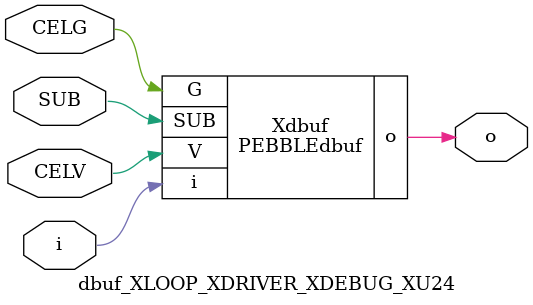
<source format=v>



module PEBBLEdbuf ( o, G, SUB, V, i );

  input V;
  input i;
  input G;
  output o;
  input SUB;
endmodule

//Celera Confidential Do Not Copy dbuf_XLOOP_XDRIVER_XDEBUG_XU24
//Celera Confidential Symbol Generator
//Digital Buffer
module dbuf_XLOOP_XDRIVER_XDEBUG_XU24 (CELV,CELG,i,o,SUB);
input CELV;
input CELG;
input i;
input SUB;
output o;

//Celera Confidential Do Not Copy dbuf
PEBBLEdbuf Xdbuf(
.V (CELV),
.i (i),
.o (o),
.SUB (SUB),
.G (CELG)
);
//,diesize,PEBBLEdbuf

//Celera Confidential Do Not Copy Module End
//Celera Schematic Generator
endmodule

</source>
